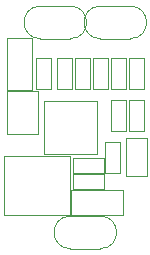
<source format=gbr>
%TF.FileFunction,*%
%FSLAX46Y46*%
G04 Gerber Fmt 4.6, Leading zero omitted, Abs format (unit mm)*
G04 Created by KiCad (PCBNEW (2014-12-19 BZR 5328)-product) date 23/12/2014 01:10:06*
%MOMM*%
G01*
G04 APERTURE LIST*
%ADD10C,0.127000*%
%ADD11C,0.050000*%
G04 APERTURE END LIST*
D10*
D11*
X129626000Y-94175000D02*
X134026000Y-94175000D01*
X134026000Y-94175000D02*
X134026000Y-96325000D01*
X134026000Y-96325000D02*
X129626000Y-96325000D01*
X129626000Y-94175000D02*
X129626000Y-96325000D01*
X132364000Y-92822000D02*
X132364000Y-94122000D01*
X132364000Y-94122000D02*
X129764000Y-94122000D01*
X129764000Y-94122000D02*
X129764000Y-92822000D01*
X129764000Y-92822000D02*
X132364000Y-92822000D01*
X132362498Y-91476811D02*
X132362498Y-92776811D01*
X132362498Y-92776811D02*
X129762498Y-92776811D01*
X129762498Y-92776811D02*
X129762498Y-91476811D01*
X129762498Y-91476811D02*
X132362498Y-91476811D01*
X136003000Y-89840000D02*
X136003000Y-93040000D01*
X136003000Y-93040000D02*
X134253000Y-93040000D01*
X134253000Y-93040000D02*
X134253000Y-89840000D01*
X134253000Y-89840000D02*
X136003000Y-89840000D01*
X133746000Y-92740000D02*
X132446000Y-92740000D01*
X132446000Y-92740000D02*
X132446000Y-90140000D01*
X132446000Y-90140000D02*
X133746000Y-90140000D01*
X133746000Y-90140000D02*
X133746000Y-92740000D01*
X126604000Y-83028000D02*
X127904000Y-83028000D01*
X127904000Y-83028000D02*
X127904000Y-85628000D01*
X127904000Y-85628000D02*
X126604000Y-85628000D01*
X126604000Y-85628000D02*
X126604000Y-83028000D01*
X124147000Y-85766000D02*
X124147000Y-81366000D01*
X124147000Y-81366000D02*
X126297000Y-81366000D01*
X126297000Y-81366000D02*
X126297000Y-85766000D01*
X124147000Y-85766000D02*
X126297000Y-85766000D01*
X129540000Y-99165000D02*
X132080000Y-99165000D01*
X129540000Y-96415000D02*
X132080000Y-96415000D01*
X132080000Y-99165000D02*
G75*
G03X132080000Y-96415000I0J1375000D01*
G01*
X129540000Y-96415000D02*
G75*
G03X129540000Y-99165000I0J-1375000D01*
G01*
X127000000Y-81385000D02*
X129540000Y-81385000D01*
X127000000Y-78635000D02*
X129540000Y-78635000D01*
X129540000Y-81385000D02*
G75*
G03X129540000Y-78635000I0J1375000D01*
G01*
X127000000Y-78635000D02*
G75*
G03X127000000Y-81385000I0J-1375000D01*
G01*
X132080000Y-81385000D02*
X134620000Y-81385000D01*
X132080000Y-78635000D02*
X134620000Y-78635000D01*
X134620000Y-81385000D02*
G75*
G03X134620000Y-78635000I0J1375000D01*
G01*
X132080000Y-78635000D02*
G75*
G03X132080000Y-81385000I0J-1375000D01*
G01*
X127290000Y-86650000D02*
X131790000Y-86650000D01*
X131790000Y-86650000D02*
X131790000Y-91150000D01*
X131790000Y-91150000D02*
X127290000Y-91150000D01*
X127290000Y-91150000D02*
X127290000Y-86650000D01*
X123915520Y-91317440D02*
X123915520Y-96317440D01*
X123915520Y-96317440D02*
X129515520Y-96317440D01*
X129515520Y-96317440D02*
X129515520Y-91317440D01*
X129515520Y-91317440D02*
X123915520Y-91317440D01*
X124176000Y-89480000D02*
X124176000Y-85780000D01*
X124176000Y-85780000D02*
X126776000Y-85780000D01*
X126776000Y-85780000D02*
X126776000Y-89480000D01*
X126776000Y-89480000D02*
X124176000Y-89480000D01*
X129906000Y-83028000D02*
X131206000Y-83028000D01*
X131206000Y-83028000D02*
X131206000Y-85628000D01*
X131206000Y-85628000D02*
X129906000Y-85628000D01*
X129906000Y-85628000D02*
X129906000Y-83028000D01*
X129682000Y-85628000D02*
X128382000Y-85628000D01*
X128382000Y-85628000D02*
X128382000Y-83028000D01*
X128382000Y-83028000D02*
X129682000Y-83028000D01*
X129682000Y-83028000D02*
X129682000Y-85628000D01*
X131430000Y-83028000D02*
X132730000Y-83028000D01*
X132730000Y-83028000D02*
X132730000Y-85628000D01*
X132730000Y-85628000D02*
X131430000Y-85628000D01*
X131430000Y-85628000D02*
X131430000Y-83028000D01*
X132954000Y-83028000D02*
X134254000Y-83028000D01*
X134254000Y-83028000D02*
X134254000Y-85628000D01*
X134254000Y-85628000D02*
X132954000Y-85628000D01*
X132954000Y-85628000D02*
X132954000Y-83028000D01*
X134478000Y-83028000D02*
X135778000Y-83028000D01*
X135778000Y-83028000D02*
X135778000Y-85628000D01*
X135778000Y-85628000D02*
X134478000Y-85628000D01*
X134478000Y-85628000D02*
X134478000Y-83028000D01*
X134478000Y-86584000D02*
X135778000Y-86584000D01*
X135778000Y-86584000D02*
X135778000Y-89184000D01*
X135778000Y-89184000D02*
X134478000Y-89184000D01*
X134478000Y-89184000D02*
X134478000Y-86584000D01*
X134254000Y-89184000D02*
X132954000Y-89184000D01*
X132954000Y-89184000D02*
X132954000Y-86584000D01*
X132954000Y-86584000D02*
X134254000Y-86584000D01*
X134254000Y-86584000D02*
X134254000Y-89184000D01*
M02*

</source>
